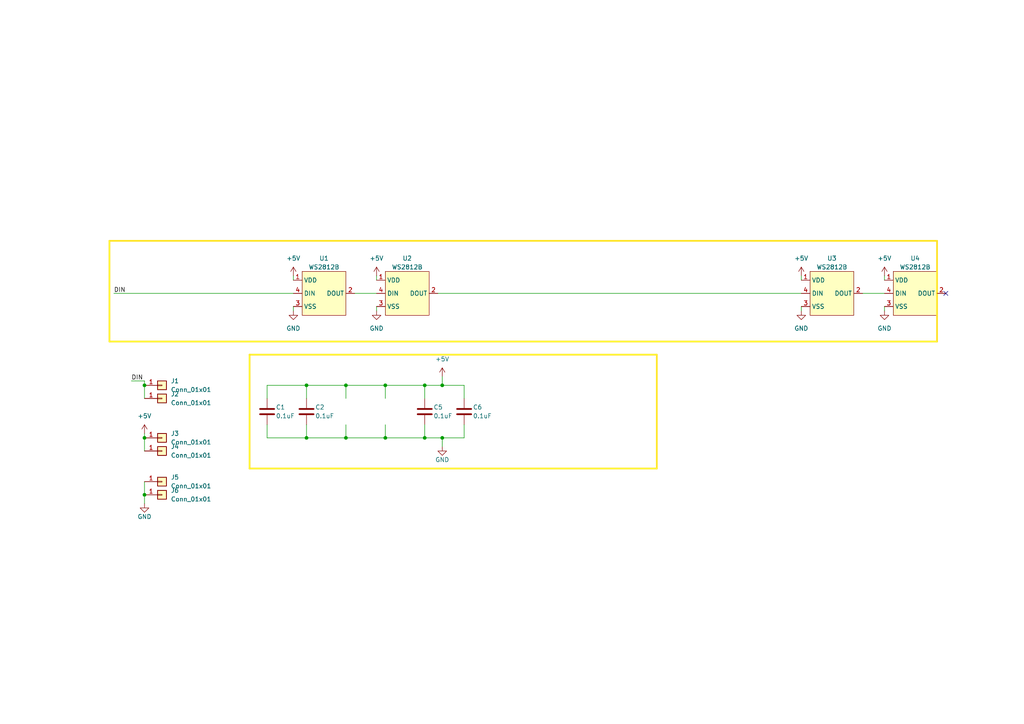
<source format=kicad_sch>
(kicad_sch (version 20230121) (generator eeschema)
  (paper "A4")
  (lib_symbols
    (symbol "Connector_Generic:Conn_01x01" (pin_names (offset 1.016) hide)
      (property "Reference" "J" (at 0 2.54 0))
      (property "Value" "Conn_01x01" (at 0 -2.54 0))
      (symbol "Conn_01x01_1_1"
        (rectangle (start -1.27 0.127) (end 0 -0.127) (stroke (width 0.1524)))
        (rectangle (start -1.27 1.27) (end 1.27 -1.27) (stroke (width 0.254)) (fill (type background)))
        (pin passive line (at -5.08 0 0) (length 3.81) (name "Pin_1") (number "1"))
      )
    )
    (symbol "Device:C" (pin_numbers hide) (pin_names (offset 0.254))
      (property "Reference" "C" (at 0.635 2.54 0))
      (property "Value" "C" (at 0.635 -2.54 0))
      (symbol "C_0_1"
        (polyline (pts (xy -2.032 -0.762) (xy 2.032 -0.762)) (stroke (width 0.508)))
        (polyline (pts (xy -2.032 0.762) (xy 2.032 0.762)) (stroke (width 0.508)))
      )
      (symbol "C_1_1"
        (pin passive line (at 0 3.81 270) (length 2.794) (name "~") (number "1"))
        (pin passive line (at 0 -3.81 90) (length 2.794) (name "~") (number "2"))
      )
    )
    (symbol "WB2182:WS2812B"
      (property "Reference" "U" (at -6.35 7.62 0))
      (property "Value" "WS2812B" (at -2.54 -7.62 0))
      (symbol "WS2812B_0_1"
        (rectangle (start -6.35 6.35) (end 6.35 -6.35) (fill (type background)))
      )
      (symbol "WS2812B_1_1"
        (pin power_in line (at -8.89 3.81 0) (length 2.54) (name "VDD") (number "1"))
        (pin output line (at 8.89 0 180) (length 2.54) (name "DOUT") (number "2"))
        (pin power_in line (at -8.89 -3.81 0) (length 2.54) (name "VSS") (number "3"))
        (pin input line (at -8.89 0 0) (length 2.54) (name "DIN") (number "4"))
      )
    )
    (symbol "power:+5V" (power) (pin_names (offset 0))
      (property "Value" "+5V" (at 0 3.556 0))
      (symbol "+5V_0_1"
        (polyline (pts (xy -0.762 1.27) (xy 0 2.54)))
        (polyline (pts (xy 0 0) (xy 0 2.54)))
        (polyline (pts (xy 0 2.54) (xy 0.762 1.27)))
      )
      (symbol "+5V_1_1"
        (pin power_in line (at 0 0 90) (length 0) hide (name "+5V") (number "1"))
      )
    )
    (symbol "power:GND" (power) (pin_names (offset 0))
      (property "Value" "GND" (at 0 -3.81 0))
      (symbol "GND_0_1"
        (polyline (pts (xy 0 0) (xy 0 -1.27) (xy 1.27 -1.27) (xy 0 -2.54) (xy -1.27 -1.27) (xy 0 -1.27)))
      )
      (symbol "GND_1_1"
        (pin power_in line (at 0 0 270) (length 0) hide (name "GND") (number "1"))
      )
    )
  )
  (junction (at 88.9 127))
  (junction (at 88.9 111.76))
  (junction (at 111.76 127))
  (junction (at 128.27 127))
  (junction (at 41.91 111.76))
  (junction (at 123.19 127))
  (junction (at 41.91 127))
  (junction (at 100.33 111.76))
  (junction (at 123.19 111.76))
  (junction (at 41.91 143.51))
  (junction (at 100.33 127))
  (junction (at 111.76 111.76))
  (junction (at 128.27 111.76))
  (no_connect (at 274.32 85.09))
  (wire (pts (xy 85.09 80.01) (xy 85.09 81.28)))
  (wire (pts (xy 123.19 111.76) (xy 123.19 115.57)))
  (wire (pts (xy 38.1 110.49) (xy 41.91 110.49)))
  (wire (pts (xy 77.47 111.76) (xy 77.47 115.57)))
  (wire (pts (xy 100.33 127) (xy 111.76 127)))
  (wire (pts (xy 85.09 88.9) (xy 85.09 90.17)))
  (wire (pts (xy 250.19 85.09) (xy 256.54 85.09)))
  (wire (pts (xy 88.9 127) (xy 100.33 127)))
  (wire (pts (xy 123.19 111.76) (xy 128.27 111.76)))
  (wire (pts (xy 128.27 127) (xy 134.62 127)))
  (wire (pts (xy 100.33 111.76) (xy 100.33 115.57)))
  (wire (pts (xy 102.87 85.09) (xy 109.22 85.09)))
  (wire (pts (xy 41.91 143.51) (xy 41.91 146.05)))
  (wire (pts (xy 128.27 109.22) (xy 128.27 111.76)))
  (wire (pts (xy 134.62 111.76) (xy 134.62 115.57)))
  (polyline (pts (xy 31.75 69.85) (xy 271.78 69.85)) (stroke (width 0.5) (type solid) (color 255 227 36 1)))
  (wire (pts (xy 77.47 111.76) (xy 88.9 111.76)))
  (wire (pts (xy 77.47 127) (xy 88.9 127)))
  (wire (pts (xy 100.33 127) (xy 100.33 123.19)))
  (wire (pts (xy 88.9 111.76) (xy 100.33 111.76)))
  (polyline (pts (xy 271.78 69.85) (xy 271.78 99.06)) (stroke (width 0.5) (type solid) (color 255 227 36 1)))
  (wire (pts (xy 88.9 127) (xy 88.9 123.19)))
  (wire (pts (xy 41.91 139.7) (xy 41.91 143.51)))
  (polyline (pts (xy 31.75 99.06) (xy 271.78 99.06)) (stroke (width 0.5) (type solid) (color 255 227 36 1)))
  (wire (pts (xy 41.91 110.49) (xy 41.91 111.76)))
  (polyline (pts (xy 31.75 69.85) (xy 31.75 99.06)) (stroke (width 0.5) (type solid) (color 255 227 36 1)))
  (wire (pts (xy 128.27 111.76) (xy 134.62 111.76)))
  (wire (pts (xy 111.76 127) (xy 111.76 123.19)))
  (wire (pts (xy 232.41 88.9) (xy 232.41 90.17)))
  (wire (pts (xy 127 85.09) (xy 232.41 85.09)))
  (wire (pts (xy 111.76 111.76) (xy 123.19 111.76)))
  (polyline (pts (xy 190.5 135.89) (xy 72.39 135.89)) (stroke (width 0.5) (type solid) (color 255 227 36 1)))
  (wire (pts (xy 134.62 127) (xy 134.62 123.19)))
  (wire (pts (xy 109.22 88.9) (xy 109.22 90.17)))
  (wire (pts (xy 41.91 127) (xy 41.91 130.81)))
  (wire (pts (xy 232.41 80.01) (xy 232.41 81.28)))
  (wire (pts (xy 256.54 88.9) (xy 256.54 90.17)))
  (wire (pts (xy 123.19 127) (xy 123.19 123.19)))
  (wire (pts (xy 100.33 111.76) (xy 111.76 111.76)))
  (wire (pts (xy 33.02 85.09) (xy 85.09 85.09)))
  (wire (pts (xy 128.27 129.54) (xy 128.27 127)))
  (wire (pts (xy 111.76 111.76) (xy 111.76 115.57)))
  (polyline (pts (xy 190.5 102.87) (xy 190.5 135.89)) (stroke (width 0.5) (type solid) (color 255 227 36 1)))
  (wire (pts (xy 88.9 111.76) (xy 88.9 115.57)))
  (polyline (pts (xy 72.39 102.87) (xy 72.39 135.89)) (stroke (width 0.5) (type solid) (color 255 227 36 1)))
  (polyline (pts (xy 72.39 102.87) (xy 190.5 102.87)) (stroke (width 0.5) (type solid) (color 255 227 36 1)))
  (wire (pts (xy 77.47 127) (xy 77.47 123.19)))
  (wire (pts (xy 41.91 125.73) (xy 41.91 127)))
  (wire (pts (xy 41.91 111.76) (xy 41.91 115.57)))
  (wire (pts (xy 123.19 127) (xy 128.27 127)))
  (wire (pts (xy 111.76 127) (xy 123.19 127)))
  (wire (pts (xy 256.54 80.01) (xy 256.54 81.28)))
  (wire (pts (xy 109.22 80.01) (xy 109.22 81.28)))
  (label "DIN" (at 38.1 110.49 0))
  (label "DIN" (at 33.02 85.09 0))
  (symbol (lib_id "power:+5V") (at 256.54 80.01 0) (unit 1)
    (property "Reference" "#PWR09" (effects hide))
    (property "Value" "+5V" (at 256.54 74.93 0))
  )
  (symbol (lib_id "Connector_Generic:Conn_01x01") (at 46.99 115.57 0) (unit 1)
    (property "Reference" "J2" (at 49.53 114.2999 0) (effects (justify left)))
    (property "Value" "Conn_01x01" (at 49.53 116.8399 0) (effects (justify left)))
    (property "Footprint" "Library:Output" (effects hide))
  )
  (symbol (lib_id "Connector_Generic:Conn_01x01") (at 46.99 111.76 0) (unit 1)
    (property "Reference" "J1" (at 49.53 110.4899 0) (effects (justify left)))
    (property "Value" "Conn_01x01" (at 49.53 113.0299 0) (effects (justify left)))
    (property "Footprint" "Library:Output" (effects hide))
  )
  (symbol (lib_id "Connector_Generic:Conn_01x01") (at 46.99 130.81 0) (unit 1)
    (property "Reference" "J4" (at 49.53 129.5399 0) (effects (justify left)))
    (property "Value" "Conn_01x01" (at 49.53 132.0799 0) (effects (justify left)))
    (property "Footprint" "Library:Output" (effects hide))
  )
  (symbol (lib_id "WB2182:WS2812B") (at 93.98 85.09 0) (unit 1)
    (property "Reference" "U1" (at 93.98 74.93 0))
    (property "Value" "WS2812B" (at 93.98 77.47 0))
    (property "Footprint" "LED_SMD:LED_WS2812B_PLCC4_5.0x5.0mm_P3.2mm" (effects hide))
  )
  (symbol (lib_id "Connector_Generic:Conn_01x01") (at 46.99 143.51 0) (unit 1)
    (property "Reference" "J6" (at 49.53 142.2399 0) (effects (justify left)))
    (property "Value" "Conn_01x01" (at 49.53 144.7799 0) (effects (justify left)))
    (property "Footprint" "Library:Output" (effects hide))
  )
  (symbol (lib_id "WB2182:WS2812B") (at 265.43 85.09 0) (unit 1)
    (property "Reference" "U4" (at 265.43 74.93 0))
    (property "Value" "WS2812B" (at 265.43 77.47 0))
    (property "Footprint" "LED_SMD:LED_WS2812B_PLCC4_5.0x5.0mm_P3.2mm" (effects hide))
  )
  (symbol (lib_id "power:+5V") (at 128.27 109.22 0) (unit 1)
    (property "Reference" "#PWR05" (effects hide))
    (property "Value" "+5V" (at 128.27 104.14 0))
  )
  (symbol (lib_id "power:+5V") (at 232.41 80.01 0) (unit 1)
    (property "Reference" "#PWR07" (effects hide))
    (property "Value" "+5V" (at 232.41 74.93 0))
  )
  (symbol (lib_id "power:GND") (at 128.27 129.54 0) (unit 1)
    (property "Reference" "#PWR06" (effects hide))
    (property "Value" "GND" (at 128.27 133.35 0))
  )
  (symbol (lib_id "Device:C") (at 88.9 119.38 0) (unit 1)
    (property "Reference" "C2" (at 91.44 118.11 0) (effects (justify left)))
    (property "Value" "0.1uF" (at 91.44 120.65 0) (effects (justify left)))
    (property "Footprint" "Capacitor_SMD:C_0805_2012Metric" (effects hide))
  )
  (symbol (lib_id "Connector_Generic:Conn_01x01") (at 46.99 139.7 0) (unit 1)
    (property "Reference" "J5" (at 49.53 138.4299 0) (effects (justify left)))
    (property "Value" "Conn_01x01" (at 49.53 140.9699 0) (effects (justify left)))
    (property "Footprint" "Library:Output" (effects hide))
  )
  (symbol (lib_id "power:+5V") (at 109.22 80.01 0) (unit 1)
    (property "Reference" "#PWR03" (effects hide))
    (property "Value" "+5V" (at 109.22 74.93 0))
  )
  (symbol (lib_id "WB2182:WS2812B") (at 241.3 85.09 0) (unit 1)
    (property "Reference" "U3" (at 241.3 74.93 0))
    (property "Value" "WS2812B" (at 241.3 77.47 0))
    (property "Footprint" "LED_SMD:LED_WS2812B_PLCC4_5.0x5.0mm_P3.2mm" (effects hide))
  )
  (symbol (lib_id "power:GND") (at 256.54 90.17 0) (unit 1)
    (property "Reference" "#PWR010" (effects hide))
    (property "Value" "GND" (at 256.54 95.25 0))
  )
  (symbol (lib_id "Device:C") (at 123.19 119.38 0) (unit 1)
    (property "Reference" "C5" (at 125.73 118.11 0) (effects (justify left)))
    (property "Value" "0.1uF" (at 125.73 120.65 0) (effects (justify left)))
    (property "Footprint" "Capacitor_SMD:C_0805_2012Metric" (effects hide))
  )
  (symbol (lib_id "Device:C") (at 134.62 119.38 0) (unit 1)
    (property "Reference" "C6" (at 137.16 118.11 0) (effects (justify left)))
    (property "Value" "0.1uF" (at 137.16 120.65 0) (effects (justify left)))
    (property "Footprint" "Capacitor_SMD:C_0805_2012Metric" (effects hide))
  )
  (symbol (lib_id "power:GND") (at 41.91 146.05 0) (unit 1)
    (property "Reference" "#PWR012" (effects hide))
    (property "Value" "GND" (at 41.91 149.86 0))
  )
  (symbol (lib_id "WB2182:WS2812B") (at 118.11 85.09 0) (unit 1)
    (property "Reference" "U2" (at 118.11 74.93 0))
    (property "Value" "WS2812B" (at 118.11 77.47 0))
    (property "Footprint" "LED_SMD:LED_WS2812B_PLCC4_5.0x5.0mm_P3.2mm" (effects hide))
  )
  (symbol (lib_id "power:GND") (at 109.22 90.17 0) (unit 1)
    (property "Reference" "#PWR04" (effects hide))
    (property "Value" "GND" (at 109.22 95.25 0))
  )
  (symbol (lib_id "power:+5V") (at 41.91 125.73 0) (unit 1)
    (property "Reference" "#PWR011" (effects hide))
    (property "Value" "+5V" (at 41.91 120.65 0))
  )
  (symbol (lib_id "power:GND") (at 85.09 90.17 0) (unit 1)
    (property "Reference" "#PWR02" (effects hide))
    (property "Value" "GND" (at 85.09 95.25 0))
  )
  (symbol (lib_id "power:GND") (at 232.41 90.17 0) (unit 1)
    (property "Reference" "#PWR08" (effects hide))
    (property "Value" "GND" (at 232.41 95.25 0))
  )
  (symbol (lib_id "Device:C") (at 77.47 119.38 0) (unit 1)
    (property "Reference" "C1" (at 80.01 118.11 0) (effects (justify left)))
    (property "Value" "0.1uF" (at 80.01 120.65 0) (effects (justify left)))
    (property "Footprint" "Capacitor_SMD:C_0805_2012Metric" (effects hide))
  )
  (symbol (lib_id "Connector_Generic:Conn_01x01") (at 46.99 127 0) (unit 1)
    (property "Reference" "J3" (at 49.53 125.7299 0) (effects (justify left)))
    (property "Value" "Conn_01x01" (at 49.53 128.2699 0) (effects (justify left)))
    (property "Footprint" "Library:Output" (effects hide))
  )
  (symbol (lib_id "power:+5V") (at 85.09 80.01 0) (unit 1)
    (property "Reference" "#PWR01" (effects hide))
    (property "Value" "+5V" (at 85.09 74.93 0))
  )
)
</source>
